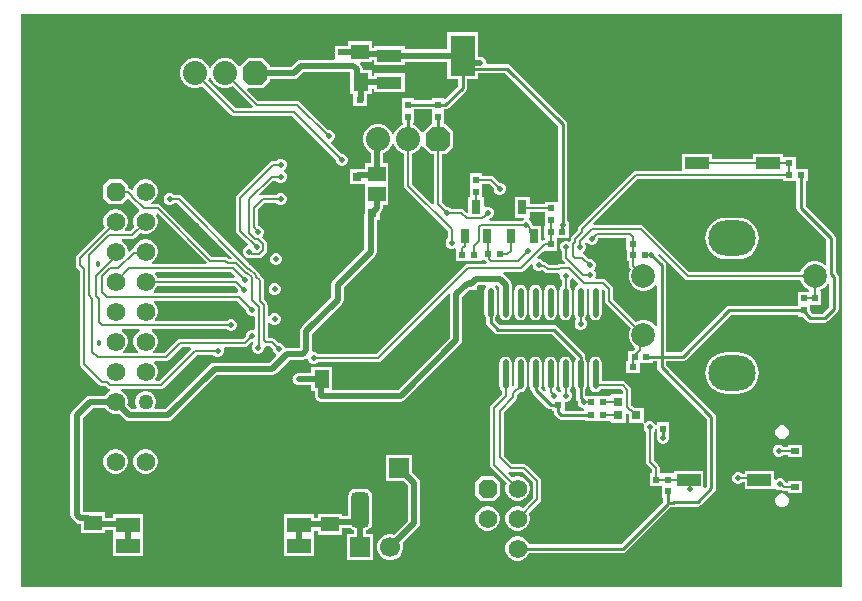
<source format=gtl>
G04*
G04 #@! TF.GenerationSoftware,Altium Limited,Altium Designer,24.3.1 (35)*
G04*
G04 Layer_Physical_Order=1*
G04 Layer_Color=6063383*
%FSLAX44Y44*%
%MOMM*%
G71*
G04*
G04 #@! TF.SameCoordinates,F933E494-0B61-492B-8715-CC6E50B89988*
G04*
G04*
G04 #@! TF.FilePolarity,Positive*
G04*
G01*
G75*
%ADD17C,0.1524*%
%ADD18R,2.0000X1.0000*%
%ADD19R,0.5000X0.6000*%
%ADD20R,2.1500X3.5000*%
%ADD21R,2.1500X1.1000*%
%ADD22R,2.1500X1.1000*%
%ADD23R,1.5000X1.3000*%
%ADD24R,1.3000X1.5000*%
%ADD25R,0.6000X0.5000*%
%ADD26R,0.7620X0.7620*%
%ADD27R,0.8000X1.2000*%
%ADD28O,0.5500X2.5000*%
%ADD29R,0.6350X0.5080*%
G04:AMPARAMS|DCode=30|XSize=3mm|YSize=1.524mm|CornerRadius=0.381mm|HoleSize=0mm|Usage=FLASHONLY|Rotation=90.000|XOffset=0mm|YOffset=0mm|HoleType=Round|Shape=RoundedRectangle|*
%AMROUNDEDRECTD30*
21,1,3.0000,0.7620,0,0,90.0*
21,1,2.2380,1.5240,0,0,90.0*
1,1,0.7620,0.3810,1.1190*
1,1,0.7620,0.3810,-1.1190*
1,1,0.7620,-0.3810,-1.1190*
1,1,0.7620,-0.3810,1.1190*
%
%ADD30ROUNDEDRECTD30*%
%ADD31R,2.0320X1.2700*%
%ADD58C,0.5080*%
%ADD59C,0.2540*%
G04:AMPARAMS|DCode=60|XSize=2.032mm|YSize=2.032mm|CornerRadius=0mm|HoleSize=0mm|Usage=FLASHONLY|Rotation=180.000|XOffset=0mm|YOffset=0mm|HoleType=Round|Shape=Octagon|*
%AMOCTAGOND60*
4,1,8,-1.0160,0.5080,-1.0160,-0.5080,-0.5080,-1.0160,0.5080,-1.0160,1.0160,-0.5080,1.0160,0.5080,0.5080,1.0160,-0.5080,1.0160,-1.0160,0.5080,0.0*
%
%ADD60OCTAGOND60*%

%ADD61C,2.0320*%
%ADD62C,1.5748*%
%ADD63C,1.2700*%
G04:AMPARAMS|DCode=64|XSize=1.5748mm|YSize=1.5748mm|CornerRadius=0mm|HoleSize=0mm|Usage=FLASHONLY|Rotation=270.000|XOffset=0mm|YOffset=0mm|HoleType=Round|Shape=Octagon|*
%AMOCTAGOND64*
4,1,8,-0.3937,-0.7874,0.3937,-0.7874,0.7874,-0.3937,0.7874,0.3937,0.3937,0.7874,-0.3937,0.7874,-0.7874,0.3937,-0.7874,-0.3937,-0.3937,-0.7874,0.0*
%
%ADD64OCTAGOND64*%

%ADD65O,4.0000X3.0000*%
%ADD66C,2.0000*%
%ADD67C,4.0640*%
%ADD68C,1.7000*%
%ADD69R,1.7000X1.7000*%
%ADD70C,3.2000*%
%ADD71C,5.0000*%
%ADD72C,0.5080*%
%ADD73C,0.4572*%
G36*
X669733Y-25843D02*
X-25843D01*
Y458913D01*
X669733D01*
X669733Y-25843D01*
D02*
G37*
%LPC*%
G36*
X361790Y443880D02*
X335210D01*
Y429020D01*
X299790D01*
Y431880D01*
X273210D01*
Y430654D01*
X271660D01*
Y436150D01*
X251580D01*
Y432567D01*
X250150Y432340D01*
X250150Y432340D01*
X250150Y432340D01*
X240070D01*
Y427616D01*
X239930Y426915D01*
Y426800D01*
X240070Y426099D01*
Y421260D01*
X238873Y420470D01*
X211981D01*
X209999Y420075D01*
X208319Y418952D01*
X203486Y414119D01*
X185420D01*
Y415290D01*
X179070Y421640D01*
X166370D01*
X160020Y415290D01*
X158496Y414983D01*
X157483Y416738D01*
X155118Y419103D01*
X152222Y420774D01*
X148992Y421640D01*
X145648D01*
X142418Y420774D01*
X139522Y419103D01*
X137157Y416738D01*
X135485Y413842D01*
X135382Y413456D01*
X133858D01*
X133755Y413842D01*
X132083Y416738D01*
X129718Y419103D01*
X126822Y420774D01*
X123592Y421640D01*
X120248D01*
X117018Y420774D01*
X114122Y419103D01*
X111757Y416738D01*
X110085Y413842D01*
X109220Y410612D01*
Y407268D01*
X110085Y404038D01*
X111757Y401142D01*
X114122Y398778D01*
X117018Y397105D01*
X120248Y396240D01*
X123592D01*
X126822Y397105D01*
X128198Y397900D01*
X152559Y373539D01*
X153652Y372810D01*
X154940Y372553D01*
X204345D01*
X241300Y335599D01*
Y334269D01*
X242073Y332402D01*
X243502Y330973D01*
X245369Y330200D01*
X247390D01*
X249258Y330973D01*
X250687Y332402D01*
X251460Y334269D01*
Y336291D01*
X250687Y338158D01*
X249258Y339587D01*
X247390Y340360D01*
X246061D01*
X237085Y349336D01*
X237443Y351134D01*
X237828Y351293D01*
X239257Y352722D01*
X240030Y354590D01*
Y356610D01*
X239257Y358478D01*
X237828Y359907D01*
X235961Y360680D01*
X234631D01*
X210661Y384651D01*
X209568Y385380D01*
X208280Y385637D01*
X175385D01*
X166259Y394762D01*
X166936Y396240D01*
X179070D01*
X185420Y402590D01*
Y403760D01*
X205631D01*
X207613Y404155D01*
X209293Y405277D01*
X214126Y410111D01*
X253460D01*
Y391280D01*
X254542D01*
X256000Y391120D01*
Y381040D01*
X260839D01*
X261540Y380900D01*
X261960D01*
X262661Y381040D01*
X267080D01*
Y385620D01*
X267180Y386120D01*
Y391280D01*
X271540D01*
Y395900D01*
X273210D01*
Y392800D01*
X299790D01*
Y408880D01*
X273210D01*
Y406259D01*
X271540D01*
Y411360D01*
X264057D01*
Y412314D01*
X263663Y414296D01*
X262540Y415977D01*
X262540Y415977D01*
X261855Y416662D01*
X262438Y418070D01*
X271660D01*
Y420295D01*
X273210D01*
Y415800D01*
X299790D01*
Y418661D01*
X335210D01*
Y403800D01*
X344615D01*
Y398369D01*
X333546Y387300D01*
X332700Y387650D01*
Y387650D01*
X322620D01*
Y385995D01*
X307300D01*
Y387650D01*
X297220D01*
Y376570D01*
Y366570D01*
X297723D01*
X297923Y365046D01*
X297358Y364894D01*
X294462Y363223D01*
X292097Y360858D01*
X290425Y357962D01*
X290322Y357576D01*
X288798D01*
X288694Y357962D01*
X287022Y360858D01*
X284658Y363223D01*
X281762Y364894D01*
X278532Y365760D01*
X275188D01*
X271958Y364894D01*
X269062Y363223D01*
X266698Y360858D01*
X265026Y357962D01*
X264160Y354732D01*
Y351388D01*
X265026Y348158D01*
X266698Y345262D01*
X269062Y342897D01*
X271045Y341752D01*
Y332500D01*
X265550D01*
Y329134D01*
X265430Y327660D01*
X252730D01*
Y314960D01*
X265430D01*
X265550Y313486D01*
Y297420D01*
X265430Y297180D01*
X265430D01*
Y290060D01*
X265331Y289560D01*
Y259955D01*
X238908Y233533D01*
X237785Y231852D01*
X237390Y229870D01*
Y219315D01*
X212237Y194163D01*
X211115Y192482D01*
X210721Y190500D01*
Y176630D01*
X200006D01*
X198136Y176257D01*
X198120Y176271D01*
X197347Y178138D01*
X195918Y179567D01*
X194051Y180340D01*
X192721D01*
X189554Y183507D01*
X188462Y184237D01*
X187173Y184493D01*
X183453D01*
Y197351D01*
X184694Y197715D01*
X184977Y197729D01*
X186352Y196353D01*
X188220Y195580D01*
X190240D01*
X192108Y196353D01*
X193537Y197782D01*
X194310Y199650D01*
Y201670D01*
X193537Y203538D01*
X192108Y204967D01*
X190240Y205740D01*
X188220D01*
X186352Y204967D01*
X184977Y203591D01*
X184694Y203605D01*
X183453Y203969D01*
Y212383D01*
X183196Y213672D01*
X182467Y214764D01*
X179897Y217334D01*
Y233963D01*
X179640Y235251D01*
X178911Y236343D01*
X177067Y238187D01*
X176902Y239016D01*
X176172Y240108D01*
X170369Y245911D01*
X169277Y246641D01*
X168448Y246806D01*
X110613Y304641D01*
X109521Y305370D01*
X108233Y305627D01*
X104148D01*
X103208Y306567D01*
X101341Y307340D01*
X99319D01*
X97452Y306567D01*
X96023Y305138D01*
X95250Y303270D01*
Y301250D01*
X96023Y299382D01*
X97452Y297953D01*
X99319Y297180D01*
X101341D01*
X103208Y297953D01*
X104148Y298893D01*
X106838D01*
X153053Y252679D01*
X152470Y251271D01*
X151000D01*
X149701Y252571D01*
X148608Y253300D01*
X147320Y253557D01*
X136367D01*
X93157Y296767D01*
X92065Y297496D01*
X90776Y297753D01*
X85081D01*
X84672Y299277D01*
X86404Y300277D01*
X88343Y302216D01*
X89714Y304590D01*
X90424Y307239D01*
Y309981D01*
X89714Y312630D01*
X88343Y315004D01*
X86404Y316943D01*
X84030Y318314D01*
X81381Y319024D01*
X78639D01*
X75990Y318314D01*
X73616Y316943D01*
X71677Y315004D01*
X70306Y312630D01*
X69748Y310548D01*
X68178Y309963D01*
X67151Y310991D01*
X66058Y311720D01*
X65024Y311926D01*
Y313817D01*
X59817Y319024D01*
X49403D01*
X44196Y313817D01*
Y303403D01*
X49403Y298196D01*
X59817D01*
X64194Y302572D01*
X64573Y302602D01*
X66022Y302246D01*
X66453Y301600D01*
X74566Y293488D01*
X74367Y291977D01*
X73616Y291543D01*
X71677Y289604D01*
X70306Y287230D01*
X69596Y284581D01*
Y281839D01*
X70306Y279190D01*
X70644Y278605D01*
X67095Y275056D01*
X63175D01*
X62592Y276464D01*
X62943Y276816D01*
X64314Y279190D01*
X65024Y281839D01*
Y284581D01*
X64314Y287230D01*
X62943Y289604D01*
X61004Y291543D01*
X58630Y292914D01*
X55981Y293624D01*
X53239D01*
X50590Y292914D01*
X48216Y291543D01*
X46277Y289604D01*
X44906Y287230D01*
X44196Y284581D01*
Y281839D01*
X44906Y279190D01*
X45244Y278605D01*
X21749Y255111D01*
X21020Y254018D01*
X20763Y252730D01*
Y246380D01*
X21020Y245092D01*
X21749Y243999D01*
X24319Y241430D01*
Y162814D01*
X24576Y161526D01*
X25305Y160433D01*
X40799Y144939D01*
X41892Y144210D01*
X43180Y143953D01*
X46300D01*
X47600Y142653D01*
X48692Y141924D01*
X49653Y141733D01*
X49970Y140823D01*
X49962Y140151D01*
X48216Y139143D01*
X46277Y137204D01*
X45575Y135990D01*
X33020D01*
X31038Y135595D01*
X29358Y134473D01*
X17928Y123042D01*
X16805Y121362D01*
X16410Y119380D01*
Y35266D01*
X16805Y33284D01*
X17928Y31603D01*
X20903Y28628D01*
X20903Y28628D01*
X22584Y27505D01*
X24566Y27111D01*
X25520D01*
Y19290D01*
X45600D01*
Y22320D01*
X52070D01*
Y17780D01*
Y0D01*
X77470D01*
Y17780D01*
Y35560D01*
X52070D01*
Y32680D01*
X45600D01*
Y37370D01*
X32100D01*
X31600Y37469D01*
X26769D01*
Y117235D01*
X35165Y125631D01*
X45575D01*
X46277Y124416D01*
X48216Y122477D01*
X50590Y121106D01*
X53239Y120396D01*
X55981D01*
X57336Y120759D01*
X62378Y115717D01*
X64058Y114595D01*
X66040Y114200D01*
X99060D01*
X101042Y114595D01*
X102723Y115717D01*
X140575Y153570D01*
X187306D01*
X189288Y153965D01*
X190969Y155087D01*
X202152Y166271D01*
X212924D01*
X214906Y166665D01*
X215830Y167282D01*
X217354Y166519D01*
X218127Y164652D01*
X219557Y163223D01*
X221424Y162449D01*
X223444D01*
X225312Y163223D01*
X226362Y164273D01*
X276860D01*
X278148Y164530D01*
X279241Y165259D01*
X336313Y222332D01*
X337694Y221610D01*
X337720Y221584D01*
Y185025D01*
X293765Y141069D01*
X238030D01*
Y159900D01*
X219950D01*
Y155040D01*
X209550D01*
X209050Y154940D01*
X208540D01*
X208068Y154745D01*
X207568Y154645D01*
X207144Y154362D01*
X206672Y154167D01*
X206312Y153806D01*
X205888Y153523D01*
X205604Y153098D01*
X205243Y152738D01*
X205048Y152266D01*
X204765Y151842D01*
X204665Y151342D01*
X204470Y150871D01*
Y150360D01*
X204370Y149860D01*
X204470Y149360D01*
Y148849D01*
X204665Y148378D01*
X204765Y147878D01*
X205048Y147454D01*
X205243Y146982D01*
X205604Y146622D01*
X205888Y146198D01*
X206312Y145914D01*
X206672Y145553D01*
X207144Y145358D01*
X207568Y145075D01*
X208068Y144975D01*
X208540Y144780D01*
X209050D01*
X209550Y144681D01*
X219950D01*
Y139820D01*
X223421D01*
Y135890D01*
X223520Y135390D01*
Y134880D01*
X223715Y134408D01*
X223815Y133908D01*
X224098Y133484D01*
X224293Y133012D01*
X224654Y132652D01*
X224937Y132227D01*
X225362Y131944D01*
X225722Y131583D01*
X226194Y131388D01*
X226618Y131105D01*
X227118Y131005D01*
X227589Y130810D01*
X228100D01*
X228600Y130710D01*
X295910D01*
X297892Y131105D01*
X299573Y132227D01*
X346562Y179217D01*
X347685Y180898D01*
X348079Y182880D01*
Y219451D01*
X354049Y225420D01*
X355560D01*
X356060Y225520D01*
X360640D01*
Y228775D01*
X361635Y229771D01*
X367733D01*
X368172Y228634D01*
X368251Y228246D01*
X367127Y226564D01*
X366716Y224500D01*
Y205000D01*
X367127Y202936D01*
X368225Y201292D01*
Y198120D01*
X368521Y196633D01*
X369363Y195373D01*
X375713Y189023D01*
X376973Y188181D01*
X378460Y187885D01*
X423841D01*
X444425Y167301D01*
Y167262D01*
X443327Y165618D01*
X442916Y163554D01*
Y144054D01*
X443327Y141990D01*
X444425Y140346D01*
Y134037D01*
X444721Y132551D01*
X445563Y131291D01*
X445770Y131084D01*
Y129799D01*
X446543Y127932D01*
X447972Y126503D01*
X449840Y125730D01*
X450619D01*
X451433Y124260D01*
X451049Y123419D01*
X450930Y123265D01*
X434880D01*
Y130810D01*
X436620D01*
X438488Y131583D01*
X439917Y133012D01*
X440690Y134880D01*
Y136901D01*
X439917Y138768D01*
X439424Y140240D01*
X440593Y141990D01*
X441004Y144054D01*
Y163554D01*
X440593Y165618D01*
X439424Y167368D01*
X437674Y168537D01*
X435610Y168948D01*
X433546Y168537D01*
X431796Y167368D01*
X430627Y165618D01*
X430216Y163554D01*
Y144054D01*
X430627Y141990D01*
X431796Y140240D01*
X431303Y138768D01*
X431292Y138740D01*
X429768D01*
X429757Y138768D01*
X428328Y140197D01*
X428158Y140267D01*
X427716Y141725D01*
X427893Y141990D01*
X428304Y144054D01*
Y163554D01*
X427893Y165618D01*
X426724Y167368D01*
X424974Y168537D01*
X422910Y168948D01*
X420846Y168537D01*
X419096Y167368D01*
X417927Y165618D01*
X417516Y163554D01*
Y144054D01*
X417927Y141990D01*
X419096Y140240D01*
X419084Y140152D01*
X418978Y139851D01*
X417220Y139453D01*
X414989Y141685D01*
X415193Y141990D01*
X415604Y144054D01*
Y163554D01*
X415193Y165618D01*
X414024Y167368D01*
X412274Y168537D01*
X410210Y168948D01*
X408146Y168537D01*
X406396Y167368D01*
X405227Y165618D01*
X404816Y163554D01*
Y144054D01*
X405227Y141990D01*
X406396Y140240D01*
X406996Y139839D01*
X407178Y138927D01*
X408020Y137667D01*
X420163Y125523D01*
X421423Y124681D01*
X422910Y124385D01*
X423800D01*
Y123230D01*
X425455D01*
Y121840D01*
X425751Y120353D01*
X426593Y119093D01*
X429053Y116633D01*
X430313Y115791D01*
X431800Y115495D01*
X451820D01*
Y114340D01*
X472900D01*
X473710Y113152D01*
Y113030D01*
X486410D01*
Y120650D01*
X487786Y121175D01*
X488950Y120276D01*
Y113030D01*
X500203D01*
X501272Y113030D01*
X501287Y113029D01*
X501483Y112868D01*
X502281Y111778D01*
X502194Y111545D01*
X501650Y110231D01*
Y108209D01*
X502423Y106342D01*
X503363Y105402D01*
Y80010D01*
X503620Y78722D01*
X504349Y77629D01*
X508443Y73535D01*
Y70310D01*
X506770D01*
Y59230D01*
X516850D01*
X516930Y57739D01*
Y49230D01*
X518085D01*
Y46059D01*
X482261Y10235D01*
X404711D01*
X404674Y10370D01*
X403303Y12744D01*
X401364Y14683D01*
X398990Y16054D01*
X396341Y16764D01*
X393599D01*
X390950Y16054D01*
X388576Y14683D01*
X386637Y12744D01*
X385266Y10370D01*
X384556Y7721D01*
Y4979D01*
X385266Y2330D01*
X386637Y-44D01*
X388576Y-1983D01*
X390950Y-3354D01*
X393599Y-4064D01*
X396341D01*
X398990Y-3354D01*
X401364Y-1983D01*
X403303Y-44D01*
X404674Y2330D01*
X404711Y2465D01*
X483870D01*
X485357Y2761D01*
X486617Y3603D01*
X524363Y41349D01*
X526564D01*
X528051Y41645D01*
X528335Y41835D01*
X547370D01*
X548857Y42131D01*
X550117Y42973D01*
X561765Y54621D01*
X562607Y55881D01*
X562903Y57368D01*
Y117892D01*
X562607Y119379D01*
X561765Y120639D01*
X520775Y161629D01*
Y165025D01*
X534670D01*
X536157Y165321D01*
X537417Y166163D01*
X575649Y204395D01*
X632500D01*
Y202820D01*
X636427D01*
X636531Y202295D01*
X637373Y201035D01*
X639605Y198803D01*
X640865Y197961D01*
X642352Y197665D01*
X655030D01*
X656517Y197961D01*
X657777Y198803D01*
X665687Y206713D01*
X666529Y207973D01*
X666825Y209460D01*
Y236220D01*
X666529Y237707D01*
X665687Y238967D01*
X664275Y240379D01*
Y269250D01*
X663979Y270737D01*
X663137Y271997D01*
X638805Y296329D01*
Y317540D01*
X640460D01*
Y327620D01*
X631951D01*
X630460Y327700D01*
Y337780D01*
X619600D01*
Y340280D01*
X594520D01*
Y336107D01*
X559600D01*
Y340280D01*
X534520D01*
Y325947D01*
X495300D01*
X494012Y325690D01*
X492919Y324961D01*
X447199Y279241D01*
X446470Y278148D01*
X446213Y276860D01*
Y275740D01*
X441223Y270749D01*
X440493Y269657D01*
X440237Y268369D01*
Y267517D01*
X439380Y266660D01*
X439117Y266267D01*
X438796Y266235D01*
X436929Y267009D01*
X434908D01*
X433041Y266235D01*
X431612Y264806D01*
X430839Y262939D01*
Y260918D01*
X431612Y259051D01*
X432552Y258111D01*
Y252757D01*
X432808Y251468D01*
X433538Y250376D01*
X435299Y248615D01*
X434716Y247207D01*
X430530D01*
X429242Y246950D01*
X428485Y246445D01*
X421885D01*
X419957Y248373D01*
X418864Y249103D01*
X417576Y249359D01*
X416955D01*
X415628Y250687D01*
X413760Y251460D01*
X412341D01*
X411688Y252963D01*
X416644Y257919D01*
X417870Y258620D01*
Y258620D01*
X417870Y258620D01*
X427950D01*
Y269280D01*
X438450D01*
Y279360D01*
X438350D01*
X438150Y279660D01*
Y281681D01*
X437377Y283548D01*
X436955Y283970D01*
Y365760D01*
X436659Y367247D01*
X435817Y368507D01*
X388827Y415497D01*
X387567Y416339D01*
X386080Y416635D01*
X369529D01*
X368400Y417830D01*
X368300Y418330D01*
Y418840D01*
X368105Y419312D01*
X368005Y419812D01*
X367722Y420236D01*
X367527Y420708D01*
X367166Y421068D01*
X366883Y421493D01*
X366458Y421776D01*
X366098Y422137D01*
X365626Y422332D01*
X365202Y422615D01*
X364702Y422715D01*
X364230Y422910D01*
X363720D01*
X363220Y423009D01*
X361790D01*
Y443880D01*
D02*
G37*
G36*
X195320Y336550D02*
X193300D01*
X191432Y335777D01*
X190492Y334837D01*
X187960D01*
X186672Y334580D01*
X185579Y333851D01*
X157639Y305911D01*
X156910Y304818D01*
X156653Y303530D01*
Y275590D01*
X156910Y274302D01*
X157639Y273209D01*
X166661Y264188D01*
X166070Y262624D01*
X164578Y262006D01*
X163149Y260577D01*
X162376Y258710D01*
Y256689D01*
X163149Y254822D01*
X164578Y253393D01*
X166445Y252619D01*
X168466D01*
X168872Y252787D01*
X169051Y252668D01*
X170340Y252411D01*
X176410D01*
X177698Y252668D01*
X178790Y253397D01*
X182213Y256820D01*
X182942Y257912D01*
X183199Y259200D01*
Y264040D01*
X182942Y265328D01*
X182213Y266420D01*
X178379Y270254D01*
X179586Y271462D01*
X180360Y273329D01*
Y275350D01*
X179586Y277217D01*
X178157Y278646D01*
X176290Y279420D01*
X175204D01*
X174817Y279807D01*
Y293246D01*
X180464Y298893D01*
X190492D01*
X191432Y297953D01*
X193300Y297180D01*
X195320D01*
X197188Y297953D01*
X198617Y299382D01*
X199390Y301250D01*
Y303270D01*
X198617Y305138D01*
X197188Y306567D01*
X195320Y307340D01*
X193300D01*
X191432Y306567D01*
X190492Y305627D01*
X179070D01*
X177782Y305370D01*
X177436Y305139D01*
X176464Y306323D01*
X188085Y317943D01*
X190492D01*
X191432Y317003D01*
X193300Y316230D01*
X195320D01*
X197188Y317003D01*
X198617Y318432D01*
X199390Y320299D01*
Y322321D01*
X198617Y324188D01*
X197188Y325617D01*
X197160Y325628D01*
Y327152D01*
X197188Y327163D01*
X198617Y328592D01*
X199390Y330460D01*
Y332481D01*
X198617Y334348D01*
X197188Y335777D01*
X195320Y336550D01*
D02*
G37*
G36*
X191511Y256540D02*
X189489D01*
X187622Y255767D01*
X186193Y254338D01*
X185420Y252470D01*
Y250450D01*
X186193Y248582D01*
X187622Y247153D01*
X189489Y246380D01*
X191511D01*
X193378Y247153D01*
X194807Y248582D01*
X195580Y250450D01*
Y252470D01*
X194807Y254338D01*
X193378Y255767D01*
X191511Y256540D01*
D02*
G37*
G36*
X190240Y231140D02*
X188220D01*
X186352Y230367D01*
X184923Y228938D01*
X184150Y227071D01*
Y225049D01*
X184923Y223182D01*
X186352Y221753D01*
X188220Y220980D01*
X190240D01*
X192108Y221753D01*
X193537Y223182D01*
X194310Y225049D01*
Y227071D01*
X193537Y228938D01*
X192108Y230367D01*
X190240Y231140D01*
D02*
G37*
G36*
X397510Y168948D02*
X395446Y168537D01*
X393696Y167368D01*
X392527Y165618D01*
X392116Y163554D01*
Y144221D01*
X391710Y143815D01*
X391689Y143803D01*
X391474Y143840D01*
X390204Y144698D01*
Y163554D01*
X389793Y165618D01*
X388624Y167368D01*
X386874Y168537D01*
X384810Y168948D01*
X382746Y168537D01*
X380996Y167368D01*
X379827Y165618D01*
X379416Y163554D01*
Y144054D01*
X379827Y141990D01*
X380996Y140240D01*
X381443Y139941D01*
Y137284D01*
X372269Y128111D01*
X371540Y127018D01*
X371283Y125730D01*
Y77470D01*
X371540Y76182D01*
X372269Y75089D01*
X385604Y61755D01*
X385266Y61170D01*
X384556Y58521D01*
Y55779D01*
X385266Y53130D01*
X386637Y50756D01*
X388576Y48817D01*
X390950Y47446D01*
X393599Y46736D01*
X396341D01*
X398990Y47446D01*
X401364Y48817D01*
X403303Y50756D01*
X404674Y53130D01*
X405384Y55779D01*
Y58521D01*
X404674Y61170D01*
X403303Y63544D01*
X401364Y65483D01*
X398990Y66854D01*
X396341Y67564D01*
X393599D01*
X390950Y66854D01*
X390365Y66516D01*
X386649Y70232D01*
X387621Y71416D01*
X387967Y71185D01*
X389255Y70928D01*
X399291D01*
X408113Y62105D01*
Y49654D01*
X399575Y41116D01*
X398990Y41454D01*
X396341Y42164D01*
X393599D01*
X390950Y41454D01*
X388576Y40083D01*
X386637Y38144D01*
X385266Y35770D01*
X384556Y33121D01*
Y30379D01*
X385266Y27730D01*
X386637Y25356D01*
X388576Y23417D01*
X390950Y22046D01*
X393599Y21336D01*
X396341D01*
X398990Y22046D01*
X401364Y23417D01*
X403303Y25356D01*
X404674Y27730D01*
X405384Y30379D01*
Y33121D01*
X404674Y35770D01*
X404336Y36355D01*
X413861Y45879D01*
X414590Y46972D01*
X414847Y48260D01*
Y63500D01*
X414590Y64788D01*
X413861Y65881D01*
X403066Y76676D01*
X401973Y77405D01*
X400685Y77662D01*
X390649D01*
X383097Y85215D01*
Y121796D01*
X393795Y132494D01*
X394525Y133586D01*
X394781Y134875D01*
Y136564D01*
X396982Y138765D01*
X397510Y138660D01*
X399574Y139071D01*
X401324Y140240D01*
X402493Y141990D01*
X402904Y144054D01*
Y163554D01*
X402493Y165618D01*
X401324Y167368D01*
X399574Y168537D01*
X397510Y168948D01*
D02*
G37*
G36*
X581580Y172715D02*
X571580D01*
X568142Y172376D01*
X564835Y171373D01*
X561788Y169744D01*
X559117Y167553D01*
X556926Y164882D01*
X555297Y161835D01*
X554294Y158528D01*
X553955Y155090D01*
X554294Y151652D01*
X555297Y148345D01*
X556926Y145298D01*
X559117Y142627D01*
X561788Y140435D01*
X564835Y138807D01*
X568142Y137804D01*
X571580Y137465D01*
X581580D01*
X585018Y137804D01*
X588325Y138807D01*
X591372Y140435D01*
X594043Y142627D01*
X596235Y145298D01*
X597863Y148345D01*
X598866Y151652D01*
X599205Y155090D01*
X598866Y158528D01*
X597863Y161835D01*
X596235Y164882D01*
X594043Y167553D01*
X591372Y169744D01*
X588325Y171373D01*
X585018Y172376D01*
X581580Y172715D01*
D02*
G37*
G36*
X619467Y110940D02*
X618173D01*
X617182Y110743D01*
X615988Y110248D01*
X615148Y109686D01*
X614234Y108772D01*
X613672Y107932D01*
X613672Y107932D01*
X613177Y106737D01*
X612980Y105746D01*
Y104453D01*
X613177Y103462D01*
X613672Y102268D01*
X614234Y101428D01*
X615148Y100513D01*
X615988Y99952D01*
X615988Y99952D01*
X617183Y99457D01*
X618173Y99260D01*
X619467D01*
X620457Y99457D01*
X621652Y99952D01*
X622492Y100513D01*
X623406Y101428D01*
X623406Y101428D01*
X623968Y102268D01*
X624463Y103462D01*
X624660Y104453D01*
Y105746D01*
X624463Y106737D01*
X623968Y107932D01*
X623406Y108772D01*
X622492Y109686D01*
X622492Y109686D01*
X621652Y110248D01*
X620457Y110743D01*
X619467Y110940D01*
D02*
G37*
G36*
X617072Y94484D02*
X615051D01*
X613184Y93711D01*
X611755Y92282D01*
X610981Y90415D01*
Y88394D01*
X611755Y86526D01*
X613184Y85098D01*
X615051Y84324D01*
X617072D01*
X618939Y85098D01*
X619879Y86037D01*
X624205D01*
Y83820D01*
X635635D01*
Y93980D01*
X624205D01*
Y92771D01*
X619879D01*
X618939Y93711D01*
X617072Y94484D01*
D02*
G37*
G36*
X81381Y90424D02*
X78639D01*
X75990Y89714D01*
X73616Y88343D01*
X71677Y86404D01*
X70306Y84030D01*
X69596Y81381D01*
Y78639D01*
X70306Y75990D01*
X71677Y73616D01*
X73616Y71677D01*
X75990Y70306D01*
X78639Y69596D01*
X81381D01*
X84030Y70306D01*
X86404Y71677D01*
X88343Y73616D01*
X89714Y75990D01*
X90424Y78639D01*
Y81381D01*
X89714Y84030D01*
X88343Y86404D01*
X86404Y88343D01*
X84030Y89714D01*
X81381Y90424D01*
D02*
G37*
G36*
X55981D02*
X53239D01*
X50590Y89714D01*
X48216Y88343D01*
X46277Y86404D01*
X44906Y84030D01*
X44196Y81381D01*
Y78639D01*
X44906Y75990D01*
X46277Y73616D01*
X48216Y71677D01*
X50590Y70306D01*
X53239Y69596D01*
X55981D01*
X58630Y70306D01*
X61004Y71677D01*
X62943Y73616D01*
X64314Y75990D01*
X65024Y78639D01*
Y81381D01*
X64314Y84030D01*
X62943Y86404D01*
X61004Y88343D01*
X58630Y89714D01*
X55981Y90424D01*
D02*
G37*
G36*
X612290Y72310D02*
X587210D01*
Y69407D01*
X585477D01*
X584538Y70347D01*
X582671Y71120D01*
X580649D01*
X578782Y70347D01*
X577353Y68918D01*
X576580Y67050D01*
Y65030D01*
X577353Y63162D01*
X578782Y61733D01*
X580649Y60960D01*
X582671D01*
X584538Y61733D01*
X585477Y62673D01*
X587210D01*
Y57230D01*
X612290D01*
X612290Y57230D01*
Y57230D01*
X613727Y57019D01*
X614342Y56403D01*
X616209Y55630D01*
X618231D01*
X618523Y55751D01*
X619184Y55310D01*
X620472Y55053D01*
X624205D01*
Y53340D01*
X635635D01*
Y63500D01*
X624205D01*
Y61787D01*
X622273D01*
X621527Y63588D01*
X620098Y65017D01*
X618231Y65790D01*
X616209D01*
X614342Y65017D01*
X613814Y64488D01*
X612290Y65120D01*
Y72310D01*
D02*
G37*
G36*
X374777Y67564D02*
X364363D01*
X359156Y62357D01*
Y51943D01*
X364363Y46736D01*
X374777D01*
X379984Y51943D01*
Y62357D01*
X374777Y67564D01*
D02*
G37*
G36*
X619467Y53140D02*
X618173D01*
X617182Y52943D01*
X615988Y52448D01*
X615148Y51887D01*
X614234Y50972D01*
X613672Y50132D01*
X613672Y50132D01*
X613177Y48938D01*
X612980Y47947D01*
Y46653D01*
X613177Y45662D01*
X613672Y44468D01*
X614234Y43628D01*
X615148Y42713D01*
X615988Y42152D01*
X615988Y42152D01*
X617183Y41657D01*
X618173Y41460D01*
X619467D01*
X620457Y41657D01*
X621652Y42152D01*
X622492Y42713D01*
X623406Y43628D01*
X623406Y43628D01*
X623968Y44468D01*
X624463Y45662D01*
X624660Y46653D01*
Y47947D01*
X624463Y48938D01*
X623968Y50132D01*
X623406Y50972D01*
X622492Y51886D01*
X622492Y51887D01*
X621652Y52448D01*
X620457Y52943D01*
X619467Y53140D01*
D02*
G37*
G36*
X265430Y57034D02*
X257810D01*
X255332Y56542D01*
X253232Y55138D01*
X251828Y53038D01*
X251336Y50560D01*
Y34069D01*
X246260D01*
Y36100D01*
X226180D01*
Y32044D01*
X222250D01*
Y35560D01*
X196850D01*
Y17780D01*
Y0D01*
X222250D01*
Y17780D01*
Y21686D01*
X226180D01*
Y18020D01*
X246260D01*
Y23710D01*
X253159D01*
X253232Y23602D01*
X255332Y22198D01*
X256441Y21978D01*
Y18660D01*
X250580D01*
Y-3420D01*
X272660D01*
Y18660D01*
X266800D01*
Y21978D01*
X267908Y22198D01*
X270008Y23602D01*
X271412Y25702D01*
X271904Y28180D01*
Y50560D01*
X271412Y53038D01*
X270008Y55138D01*
X267908Y56542D01*
X265430Y57034D01*
D02*
G37*
G36*
X370941Y42164D02*
X368199D01*
X365550Y41454D01*
X363176Y40083D01*
X361237Y38144D01*
X359866Y35770D01*
X359156Y33121D01*
Y30379D01*
X359866Y27730D01*
X361237Y25356D01*
X363176Y23417D01*
X365550Y22046D01*
X368199Y21336D01*
X370941D01*
X373590Y22046D01*
X375964Y23417D01*
X377903Y25356D01*
X379274Y27730D01*
X379984Y30379D01*
Y33121D01*
X379274Y35770D01*
X377903Y38144D01*
X375964Y40083D01*
X373590Y41454D01*
X370941Y42164D01*
D02*
G37*
G36*
X305680Y85970D02*
X283600D01*
Y63890D01*
X298355D01*
X302160Y60085D01*
Y30085D01*
X290257Y18182D01*
X288473Y18660D01*
X285567D01*
X282759Y17908D01*
X280241Y16454D01*
X278186Y14399D01*
X276732Y11881D01*
X275980Y9073D01*
Y6167D01*
X276732Y3359D01*
X278186Y841D01*
X280241Y-1214D01*
X282759Y-2668D01*
X285567Y-3420D01*
X288473D01*
X291281Y-2668D01*
X293799Y-1214D01*
X295854Y841D01*
X297308Y3359D01*
X298060Y6167D01*
Y9073D01*
X297582Y10857D01*
X311003Y24278D01*
X312125Y25958D01*
X312519Y27940D01*
Y62230D01*
X312125Y64212D01*
X311003Y65893D01*
X305680Y71215D01*
Y85970D01*
D02*
G37*
%LPD*%
G36*
X135485Y404038D02*
X137157Y401142D01*
X139522Y398778D01*
X142418Y397105D01*
X145648Y396240D01*
X148992D01*
X152222Y397105D01*
X153598Y397900D01*
X170688Y380811D01*
X170057Y379287D01*
X156334D01*
X132960Y402662D01*
X133755Y404038D01*
X133858Y404424D01*
X135382D01*
X135485Y404038D01*
D02*
G37*
G36*
X322620Y366570D02*
X321432Y365760D01*
X321310D01*
X314960Y359410D01*
X313436Y359103D01*
X312423Y360858D01*
X310058Y363223D01*
X307162Y364894D01*
X306597Y365046D01*
X306797Y366570D01*
X307300D01*
Y378225D01*
X322620D01*
Y366570D01*
D02*
G37*
G36*
X429185Y364151D02*
Y300877D01*
X427950Y300180D01*
X417870D01*
Y298007D01*
X405520D01*
Y303784D01*
X392440D01*
Y286704D01*
X400050D01*
X400353Y285180D01*
X399563Y284853D01*
X398623Y283913D01*
X371399D01*
X370433Y285435D01*
X370433Y285437D01*
X370836Y285856D01*
X372448Y286523D01*
X373877Y287952D01*
X374650Y289820D01*
Y291840D01*
X373877Y293708D01*
X372448Y295137D01*
X370580Y295910D01*
X368559D01*
X367964Y295663D01*
X366440Y296682D01*
Y303784D01*
X364450D01*
Y315243D01*
X370876D01*
X374650Y311469D01*
Y310140D01*
X375423Y308272D01*
X376852Y306843D01*
X378719Y306070D01*
X380741D01*
X382608Y306843D01*
X384037Y308272D01*
X384810Y310140D01*
Y312160D01*
X384037Y314028D01*
X382608Y315457D01*
X380741Y316230D01*
X379411D01*
X374651Y320991D01*
X373558Y321720D01*
X372270Y321977D01*
X364450D01*
Y324150D01*
X354370D01*
Y313070D01*
Y303784D01*
X353360D01*
Y291414D01*
X351952Y290830D01*
X349572Y293211D01*
X348479Y293940D01*
X347191Y294197D01*
X339098D01*
X338158Y295137D01*
X336291Y295910D01*
X334961D01*
X331027Y299844D01*
Y340360D01*
X334010D01*
X340360Y346710D01*
Y359410D01*
X334010Y365760D01*
X333889D01*
X332700Y366570D01*
Y378305D01*
X333930D01*
X335417Y378601D01*
X336677Y379443D01*
X351247Y394013D01*
X352089Y395273D01*
X352385Y396760D01*
Y403800D01*
X361790D01*
Y408865D01*
X384471D01*
X429185Y364151D01*
D02*
G37*
G36*
X314960Y346710D02*
X321310Y340360D01*
X324293D01*
Y298573D01*
X324010Y298332D01*
X322858Y297853D01*
X305627Y315084D01*
Y340814D01*
X307162Y341226D01*
X310058Y342897D01*
X312423Y345262D01*
X313436Y347017D01*
X314960Y346710D01*
D02*
G37*
G36*
X90221Y290180D02*
X131671Y248731D01*
X131039Y247207D01*
X85521D01*
X85112Y248731D01*
X86404Y249477D01*
X88343Y251416D01*
X89714Y253790D01*
X90424Y256439D01*
Y259181D01*
X89714Y261830D01*
X88343Y264204D01*
X86404Y266143D01*
X84030Y267514D01*
X81381Y268224D01*
X78639D01*
X75990Y267514D01*
X73616Y266143D01*
X71677Y264204D01*
X70306Y261830D01*
X69787Y259894D01*
X68562Y259650D01*
X67469Y258921D01*
X66432Y257883D01*
X65024Y258466D01*
Y259181D01*
X64314Y261830D01*
X62943Y264204D01*
X61004Y266143D01*
X59869Y266798D01*
X60278Y268323D01*
X68489D01*
X69778Y268579D01*
X70870Y269309D01*
X75405Y273844D01*
X75990Y273506D01*
X78639Y272796D01*
X81381D01*
X84030Y273506D01*
X86404Y274877D01*
X88343Y276816D01*
X89714Y279190D01*
X90424Y281839D01*
Y284581D01*
X89714Y287230D01*
X89062Y288359D01*
X89594Y290070D01*
X89752Y290213D01*
X90221Y290180D01*
D02*
G37*
G36*
X417870Y279360D02*
X417370D01*
Y269280D01*
X417870D01*
Y267679D01*
X416974Y267298D01*
X416836Y267270D01*
X416707Y267184D01*
X416503Y267098D01*
X415020Y267890D01*
Y279784D01*
X407850D01*
X407623Y280125D01*
X407520Y280227D01*
Y281556D01*
X406747Y283424D01*
X405318Y284853D01*
X404528Y285180D01*
X404831Y286704D01*
X405520D01*
Y291273D01*
X417870D01*
Y279360D01*
D02*
G37*
G36*
X487140Y269200D02*
Y259120D01*
X487300D01*
Y250230D01*
X489473D01*
Y245830D01*
X489730Y244542D01*
X490459Y243449D01*
X490657Y243251D01*
X489895Y241930D01*
X489040Y238741D01*
Y235439D01*
X489895Y232250D01*
X491545Y229390D01*
X493880Y227055D01*
X496740Y225405D01*
X499929Y224550D01*
X503231D01*
X506420Y225405D01*
X509280Y227055D01*
X511481Y229257D01*
X512650Y229113D01*
X513005Y229018D01*
Y195162D01*
X512650Y195067D01*
X511481Y194923D01*
X509280Y197125D01*
X506420Y198775D01*
X503231Y199630D01*
X499929D01*
X496740Y198775D01*
X495419Y198013D01*
X475807Y217624D01*
Y226060D01*
X475550Y227348D01*
X474821Y228441D01*
X469741Y233521D01*
X468648Y234250D01*
X467360Y234507D01*
X461494D01*
X460752Y236031D01*
X461331Y237429D01*
Y239450D01*
X460558Y241317D01*
X459304Y242570D01*
X460237Y243502D01*
X461010Y245369D01*
Y247390D01*
X460237Y249258D01*
X458808Y250687D01*
X456940Y251460D01*
X455611D01*
X452042Y255030D01*
X450949Y255760D01*
X450398Y255869D01*
X450242Y257454D01*
X450480Y257553D01*
X451909Y258982D01*
X452682Y260849D01*
Y262870D01*
X451909Y264737D01*
X451891Y264755D01*
X452166Y265271D01*
X452541Y265406D01*
X453973Y265417D01*
X455031Y264359D01*
X456898Y263585D01*
X458919D01*
X460786Y264359D01*
X462215Y265788D01*
X462989Y267655D01*
Y268984D01*
X463434Y269429D01*
X485711D01*
X487140Y269200D01*
D02*
G37*
G36*
X619380Y317540D02*
X631035D01*
Y294720D01*
X631331Y293233D01*
X632173Y291973D01*
X656505Y267641D01*
Y246890D01*
X655097Y246307D01*
X654280Y247125D01*
X651420Y248775D01*
X648231Y249630D01*
X644929D01*
X641740Y248775D01*
X638880Y247125D01*
X636545Y244790D01*
X634895Y241930D01*
X634500Y240457D01*
X540275D01*
X501491Y279241D01*
X500398Y279970D01*
X499110Y280227D01*
X459863D01*
X459232Y281751D01*
X496694Y319213D01*
X619380D01*
Y317540D01*
D02*
G37*
G36*
X155448Y237301D02*
X154817Y235777D01*
X89889D01*
X89714Y236430D01*
X88343Y238804D01*
X88082Y239065D01*
X88666Y240473D01*
X152275D01*
X155448Y237301D01*
D02*
G37*
G36*
X158624Y225863D02*
Y224171D01*
X157428Y223077D01*
X87560D01*
X86928Y224601D01*
X88343Y226016D01*
X89714Y228390D01*
X89889Y229043D01*
X155444D01*
X158624Y225863D01*
D02*
G37*
G36*
X659055Y230570D02*
Y211069D01*
X653421Y205435D01*
X643974D01*
X643709Y206767D01*
X642867Y208027D01*
X642580Y208314D01*
Y212820D01*
X651470D01*
Y223900D01*
X651470D01*
X651420Y225405D01*
X654280Y227055D01*
X656615Y229390D01*
X657531Y230978D01*
X659055Y230570D01*
D02*
G37*
G36*
X407670Y246789D02*
Y245369D01*
X408443Y243502D01*
X409872Y242073D01*
X411740Y241300D01*
X413760D01*
X415628Y242073D01*
X416180Y242626D01*
X416181D01*
X418110Y240697D01*
X419202Y239968D01*
X420490Y239711D01*
X429382D01*
X430291Y238755D01*
X430530Y238309D01*
Y236479D01*
X431303Y234612D01*
X432243Y233673D01*
Y228613D01*
X431796Y228314D01*
X430627Y226564D01*
X430216Y224500D01*
Y205000D01*
X430627Y202936D01*
X431796Y201186D01*
X433546Y200017D01*
X435610Y199606D01*
X437674Y200017D01*
X439424Y201186D01*
X440593Y202936D01*
X441004Y205000D01*
Y224500D01*
X440593Y226564D01*
X439424Y228314D01*
X438977Y228613D01*
Y233673D01*
X439917Y234612D01*
X440076Y234997D01*
X441874Y235355D01*
X446300Y230929D01*
X445853Y229221D01*
X444496Y228314D01*
X443327Y226564D01*
X442916Y224500D01*
Y205000D01*
X443327Y202936D01*
X444496Y201186D01*
X444003Y199728D01*
X443230Y197861D01*
Y195840D01*
X444003Y193972D01*
X445432Y192543D01*
X447299Y191770D01*
X449320D01*
X451188Y192543D01*
X452617Y193972D01*
X453390Y195840D01*
Y197861D01*
X452617Y199728D01*
X452124Y201186D01*
X453293Y202936D01*
X453704Y205000D01*
Y224500D01*
X453469Y225682D01*
X454501Y227069D01*
X454819D01*
X455852Y225682D01*
X455616Y224500D01*
Y205000D01*
X456027Y202936D01*
X457196Y201186D01*
X458946Y200017D01*
X461010Y199606D01*
X463074Y200017D01*
X464824Y201186D01*
X465993Y202936D01*
X466404Y205000D01*
Y224500D01*
X466235Y225349D01*
X467639Y226099D01*
X469073Y224666D01*
Y216230D01*
X469330Y214942D01*
X470059Y213849D01*
X490657Y193251D01*
X489895Y191930D01*
X489040Y188741D01*
Y185439D01*
X489895Y182250D01*
X491545Y179390D01*
X493880Y177055D01*
X493899Y177045D01*
X494149Y175140D01*
X492959Y173950D01*
X488570D01*
Y165060D01*
X487140D01*
Y154980D01*
X498220D01*
Y163870D01*
X509650D01*
Y165025D01*
X513005D01*
Y160020D01*
X513301Y158533D01*
X514143Y157273D01*
X555133Y116283D01*
Y58977D01*
X553814Y57658D01*
X552290Y58289D01*
Y72310D01*
X527210D01*
Y71751D01*
X527010Y70310D01*
X516930D01*
Y70310D01*
X516850D01*
Y70310D01*
X515177D01*
Y74930D01*
X514920Y76218D01*
X514191Y77311D01*
X510097Y81404D01*
Y105402D01*
X511037Y106342D01*
X511596Y107693D01*
X513120Y107390D01*
Y102410D01*
X513120D01*
X513369Y102038D01*
X513080Y101341D01*
Y99319D01*
X513853Y97452D01*
X515282Y96023D01*
X517150Y95250D01*
X519170D01*
X521038Y96023D01*
X522467Y97452D01*
X523240Y99319D01*
Y101341D01*
X522951Y102038D01*
X523200Y102410D01*
X523200D01*
Y113490D01*
X513120D01*
Y111050D01*
X511596Y110747D01*
X511037Y112098D01*
X509608Y113527D01*
X507741Y114300D01*
X505719D01*
X503852Y113527D01*
X503297Y112971D01*
X502975Y112936D01*
X502946Y112935D01*
X501650Y113936D01*
X501650Y114391D01*
X501650Y114391D01*
X501650Y114403D01*
Y125730D01*
X493711D01*
X493363Y126079D01*
X492270Y126808D01*
X491849Y126892D01*
X491047Y127695D01*
Y140970D01*
X490790Y142258D01*
X490061Y143351D01*
X486215Y147197D01*
X485122Y147926D01*
X483834Y148183D01*
X466404D01*
Y163554D01*
X465993Y165618D01*
X464824Y167368D01*
X463074Y168537D01*
X461010Y168948D01*
X458946Y168537D01*
X457196Y167368D01*
X456027Y165618D01*
X455616Y163554D01*
Y144054D01*
X456027Y141990D01*
X457196Y140240D01*
X458946Y139071D01*
X461010Y138660D01*
X463074Y139071D01*
X464824Y140240D01*
X465632Y141449D01*
X482439D01*
X484313Y139576D01*
Y137160D01*
X473870D01*
Y136972D01*
X472900Y135850D01*
X452195D01*
Y140346D01*
X453293Y141990D01*
X453704Y144054D01*
Y163554D01*
X453293Y165618D01*
X452195Y167262D01*
Y168910D01*
X451899Y170397D01*
X451057Y171657D01*
X428197Y194517D01*
X426937Y195359D01*
X425450Y195655D01*
X380069D01*
X375995Y199729D01*
Y201292D01*
X377093Y202936D01*
X377504Y205000D01*
Y224500D01*
X377093Y226564D01*
X376280Y227781D01*
X376898Y229319D01*
X377903Y229452D01*
X379631Y227725D01*
Y225576D01*
X379416Y224500D01*
Y205000D01*
X379827Y202936D01*
X380996Y201186D01*
X382746Y200017D01*
X384810Y199606D01*
X386874Y200017D01*
X388624Y201186D01*
X389793Y202936D01*
X390204Y205000D01*
Y224500D01*
X389990Y225576D01*
Y229870D01*
X389595Y231852D01*
X388473Y233533D01*
X383392Y238612D01*
X382888Y238949D01*
X383351Y240473D01*
X397804D01*
X399092Y240730D01*
X400185Y241459D01*
X406167Y247442D01*
X407670Y246789D01*
D02*
G37*
G36*
X165100Y208599D02*
Y207269D01*
X165873Y205402D01*
X167302Y203973D01*
X169170Y203200D01*
X171190D01*
X171388Y203282D01*
X172655Y202435D01*
Y192535D01*
X171388Y191688D01*
X171190Y191770D01*
X169170D01*
X167302Y190997D01*
X165873Y189568D01*
X165100Y187701D01*
Y186371D01*
X162435Y183707D01*
X109220D01*
X107932Y183450D01*
X106839Y182721D01*
X95757Y171638D01*
X86614D01*
X86206Y173162D01*
X86404Y173277D01*
X88343Y175216D01*
X89714Y177590D01*
X90424Y180239D01*
Y182981D01*
X89714Y185630D01*
X88343Y188004D01*
X86404Y189943D01*
X85112Y190689D01*
X85521Y192213D01*
X148582D01*
X149522Y191273D01*
X151390Y190500D01*
X153411D01*
X155278Y191273D01*
X156707Y192702D01*
X157480Y194569D01*
Y196590D01*
X156707Y198458D01*
X155278Y199887D01*
X153411Y200660D01*
X151390D01*
X149522Y199887D01*
X148582Y198947D01*
X88666D01*
X88082Y200355D01*
X88343Y200616D01*
X89714Y202990D01*
X90424Y205639D01*
Y208381D01*
X89714Y211030D01*
X88343Y213404D01*
X86928Y214819D01*
X87560Y216343D01*
X157355D01*
X165100Y208599D01*
D02*
G37*
G36*
X515508Y255700D02*
X536499Y234709D01*
X537592Y233980D01*
X538880Y233723D01*
X634500D01*
X634895Y232250D01*
X636545Y229390D01*
X638880Y227055D01*
X641740Y225405D01*
X641467Y223900D01*
X641390D01*
Y223900D01*
X632500D01*
Y212165D01*
X574040D01*
X572553Y211869D01*
X571293Y211027D01*
X533061Y172795D01*
X520775D01*
Y246380D01*
X520479Y247867D01*
X519637Y249127D01*
X514005Y254758D01*
X513996Y255057D01*
X515493Y255703D01*
X515508Y255700D01*
D02*
G37*
G36*
X74908Y190689D02*
X73616Y189943D01*
X71677Y188004D01*
X70306Y185630D01*
X69596Y182981D01*
Y180239D01*
X70306Y177590D01*
X71677Y175216D01*
X73616Y173277D01*
X73815Y173162D01*
X73406Y171638D01*
X61214D01*
X60806Y173162D01*
X61004Y173277D01*
X62943Y175216D01*
X64314Y177590D01*
X65024Y180239D01*
Y182981D01*
X64314Y185630D01*
X62943Y188004D01*
X61004Y189943D01*
X59712Y190689D01*
X60121Y192213D01*
X74499D01*
X74908Y190689D01*
D02*
G37*
G36*
X290425Y348158D02*
X292097Y345262D01*
X294462Y342897D01*
X297358Y341226D01*
X298893Y340814D01*
Y313690D01*
X299150Y312402D01*
X299879Y311309D01*
X335723Y275466D01*
Y269247D01*
X334783Y268308D01*
X334010Y266441D01*
Y264419D01*
X334783Y262552D01*
X336212Y261123D01*
X338079Y260350D01*
X340101D01*
X341298Y260846D01*
X342600Y259765D01*
Y250230D01*
X363680D01*
Y250230D01*
X364488Y250592D01*
X367423D01*
X367451Y250450D01*
X368181Y249358D01*
X368808Y248731D01*
X368177Y247207D01*
X353060D01*
X351772Y246950D01*
X350679Y246221D01*
X275466Y171007D01*
X226141D01*
X225312Y171836D01*
X223444Y172610D01*
X222272D01*
X221033Y173902D01*
X220998Y174018D01*
X221080Y174426D01*
Y188355D01*
X246232Y213507D01*
X247355Y215188D01*
X247750Y217170D01*
Y227725D01*
X274172Y254147D01*
X275295Y255828D01*
X275690Y257810D01*
Y284480D01*
X278130D01*
Y289855D01*
X279252Y290977D01*
X280375Y292658D01*
X280770Y294640D01*
Y297420D01*
X285630D01*
Y314420D01*
Y332500D01*
X281404D01*
Y341130D01*
X281762Y341226D01*
X284658Y342897D01*
X287022Y345262D01*
X288694Y348158D01*
X288798Y348544D01*
X290322D01*
X290425Y348158D01*
D02*
G37*
G36*
X170742Y181309D02*
X171382Y179836D01*
X170953Y179408D01*
X170180Y177540D01*
Y175520D01*
X170953Y173652D01*
X172382Y172223D01*
X174249Y171450D01*
X176271D01*
X178138Y172223D01*
X179567Y173652D01*
X180340Y175520D01*
Y176480D01*
X181710Y177754D01*
X181748Y177760D01*
X185779D01*
X187960Y175579D01*
Y174249D01*
X188733Y172382D01*
X190162Y170953D01*
X190325Y170886D01*
X190623Y169391D01*
X185161Y163930D01*
X138430D01*
X136448Y163535D01*
X134768Y162412D01*
X96915Y124559D01*
X88405D01*
X87547Y126083D01*
X88294Y127379D01*
X88900Y129640D01*
Y131980D01*
X88294Y134241D01*
X87124Y136269D01*
X85469Y137924D01*
X83441Y139094D01*
X81180Y139700D01*
X78840D01*
X76579Y139094D01*
X74551Y137924D01*
X72896Y136269D01*
X71726Y134241D01*
X71120Y131980D01*
Y129640D01*
X71726Y127379D01*
X72474Y126083D01*
X71615Y124559D01*
X68185D01*
X64661Y128084D01*
X65024Y129439D01*
Y132181D01*
X64314Y134830D01*
X62943Y137204D01*
X61004Y139143D01*
X59272Y140143D01*
X59681Y141667D01*
X92964D01*
X94252Y141924D01*
X95345Y142653D01*
X123315Y170623D01*
X137153D01*
X138092Y169683D01*
X139959Y168910D01*
X141980D01*
X143848Y169683D01*
X145277Y171112D01*
X146050Y172980D01*
Y175000D01*
X145864Y175449D01*
X146882Y176973D01*
X163830D01*
X165118Y177230D01*
X166211Y177959D01*
X169609Y181358D01*
X170742Y181309D01*
D02*
G37*
G36*
X118618Y175449D02*
X91569Y148401D01*
X88919D01*
X88619Y149127D01*
X88406Y149925D01*
X89714Y152190D01*
X90424Y154839D01*
Y157581D01*
X89714Y160230D01*
X88343Y162604D01*
X87567Y163381D01*
X88198Y164904D01*
X97151D01*
X98440Y165161D01*
X99532Y165891D01*
X110615Y176973D01*
X117987D01*
X118618Y175449D01*
D02*
G37*
%LPC*%
G36*
X581580Y286715D02*
X571580D01*
X568142Y286376D01*
X564835Y285373D01*
X561788Y283745D01*
X559117Y281553D01*
X556926Y278882D01*
X555297Y275835D01*
X554294Y272528D01*
X553955Y269090D01*
X554294Y265651D01*
X555297Y262345D01*
X556926Y259298D01*
X559117Y256627D01*
X561788Y254436D01*
X564835Y252807D01*
X568142Y251804D01*
X571580Y251465D01*
X581580D01*
X585018Y251804D01*
X588325Y252807D01*
X591372Y254436D01*
X594043Y256627D01*
X596235Y259298D01*
X597863Y262345D01*
X598866Y265651D01*
X599205Y269090D01*
X598866Y272528D01*
X597863Y275835D01*
X596235Y278882D01*
X594043Y281553D01*
X591372Y283745D01*
X588325Y285373D01*
X585018Y286376D01*
X581580Y286715D01*
D02*
G37*
G36*
X422910Y229894D02*
X420846Y229483D01*
X419096Y228314D01*
X417927Y226564D01*
X417516Y224500D01*
Y205000D01*
X417927Y202936D01*
X419096Y201186D01*
X420846Y200017D01*
X422910Y199606D01*
X424974Y200017D01*
X426724Y201186D01*
X427893Y202936D01*
X428304Y205000D01*
Y224500D01*
X427893Y226564D01*
X426724Y228314D01*
X424974Y229483D01*
X422910Y229894D01*
D02*
G37*
G36*
X410210D02*
X408146Y229483D01*
X406396Y228314D01*
X405227Y226564D01*
X404816Y224500D01*
Y205000D01*
X405227Y202936D01*
X406396Y201186D01*
X408146Y200017D01*
X410210Y199606D01*
X412274Y200017D01*
X414024Y201186D01*
X415193Y202936D01*
X415604Y205000D01*
Y224500D01*
X415193Y226564D01*
X414024Y228314D01*
X412274Y229483D01*
X410210Y229894D01*
D02*
G37*
G36*
X397510D02*
X395446Y229483D01*
X393696Y228314D01*
X392527Y226564D01*
X392116Y224500D01*
Y205000D01*
X392527Y202936D01*
X393696Y201186D01*
X395446Y200017D01*
X397510Y199606D01*
X399574Y200017D01*
X401324Y201186D01*
X402493Y202936D01*
X402904Y205000D01*
Y224500D01*
X402493Y226564D01*
X401324Y228314D01*
X399574Y229483D01*
X397510Y229894D01*
D02*
G37*
%LPD*%
D17*
X175260Y176530D02*
X176022Y177292D01*
Y210700D01*
X169727Y216994D02*
X176022Y210700D01*
X169727Y216994D02*
Y236044D01*
X165279Y239467D02*
X166305D01*
X169727Y236044D01*
X147320Y250190D02*
X149606Y247904D01*
X156841D01*
X165279Y239467D01*
X173791Y236701D02*
Y237728D01*
X166962Y243531D02*
X167989D01*
X176530Y215939D02*
X180086Y212383D01*
Y182757D02*
Y212383D01*
X108233Y302260D02*
X166962Y243531D01*
X173791Y236701D02*
X176530Y233963D01*
X180086Y182757D02*
X181716Y181127D01*
X176530Y215939D02*
Y233963D01*
X167989Y243531D02*
X173791Y237728D01*
X163830Y180340D02*
X170180Y186690D01*
X158750Y219710D02*
X170180Y208280D01*
X66040Y243840D02*
X153670D01*
X163885Y233625D01*
X43180Y195580D02*
X152400D01*
X163885Y233625D02*
Y233625D01*
X163704Y225181D02*
Y225544D01*
X156838Y232410D02*
X163704Y225544D01*
X46990Y219710D02*
X158750D01*
X109220Y180340D02*
X163830D01*
X187173Y181127D02*
X193040Y175260D01*
X181716Y181127D02*
X187173D01*
X100330Y302260D02*
X108233D01*
X222544Y167640D02*
X276860D01*
X222434Y167530D02*
X222544Y167640D01*
X134972Y250190D02*
X147320D01*
X90776Y294386D02*
X134972Y250190D01*
X78429Y294386D02*
X90776D01*
X68834Y303981D02*
Y304546D01*
Y303981D02*
X78429Y294386D01*
X64770Y308610D02*
X68834Y304546D01*
X54610Y308610D02*
X64770D01*
X80010Y232410D02*
X156838D01*
X54610D02*
X66040Y243840D01*
X121920Y173990D02*
X140970D01*
X92964Y145034D02*
X121920Y173990D01*
X49981Y145034D02*
X92964D01*
X47695Y147320D02*
X49981Y145034D01*
X43180Y147320D02*
X47695D01*
X27686Y162814D02*
Y242824D01*
Y162814D02*
X43180Y147320D01*
X24130Y246380D02*
X27686Y242824D01*
X31750Y220980D02*
X35052Y217678D01*
X31750Y220980D02*
Y254603D01*
X48836Y271689D01*
X68489D01*
X24130Y252730D02*
X54610Y283210D01*
X24130Y246380D02*
Y252730D01*
X97151Y168271D02*
X109220Y180340D01*
X40009Y168271D02*
X97151D01*
X35052Y173228D02*
X40009Y168271D01*
X38119Y220359D02*
X40649Y217828D01*
Y198111D02*
X43180Y195580D01*
X35052Y173228D02*
Y217678D01*
X40649Y198111D02*
Y217828D01*
X38119Y220359D02*
Y237471D01*
X68489Y271689D02*
X80010Y283210D01*
X38119Y237471D02*
X54610Y253963D01*
X43434Y237039D02*
X49981Y243586D01*
X43434Y223266D02*
X46990Y219710D01*
X43434Y223266D02*
Y237039D01*
X54610Y253963D02*
Y257810D01*
X49981Y243586D02*
X56896D01*
X69850Y256540D01*
X78740D02*
X80010Y257810D01*
X69850Y256540D02*
X78740D01*
X175280Y274340D02*
Y274583D01*
X179832Y259200D02*
Y264040D01*
X176410Y255778D02*
X179832Y259200D01*
X171450Y278413D02*
X175280Y274583D01*
X167640Y259200D02*
X168148D01*
X167640Y257884D02*
Y259200D01*
X167386Y273971D02*
Y302006D01*
X172860Y268498D02*
X175374D01*
X170340Y255778D02*
X176410D01*
X167386Y302006D02*
X186690Y321310D01*
X168148Y257970D02*
Y259200D01*
X175374Y268498D02*
X179832Y264040D01*
X171450Y278413D02*
Y294640D01*
X167386Y273971D02*
X172860Y268498D01*
X168148Y257970D02*
X170340Y255778D01*
X160020Y275590D02*
X173990Y261620D01*
X160020Y275590D02*
Y303530D01*
X167456Y257700D02*
X167640Y257884D01*
X187960Y331470D02*
X194310D01*
X160020Y303530D02*
X187960Y331470D01*
X186690Y321310D02*
X194310D01*
X171450Y294640D02*
X179070Y302260D01*
X194310D01*
X449580Y276860D02*
X495300Y322580D01*
X443603Y268369D02*
X449580Y274345D01*
X443603Y266122D02*
Y268369D01*
X441760Y264279D02*
X443603Y266122D01*
X449580Y274345D02*
Y276860D01*
X435919Y252757D02*
X450236Y238439D01*
X435919Y252757D02*
Y261929D01*
X441760Y254130D02*
X443241Y252649D01*
X441760Y254130D02*
Y264279D01*
X443241Y252649D02*
X449661D01*
X447603Y261859D02*
X447667Y261924D01*
Y266686D01*
X457842Y276860D01*
X598480Y66040D02*
X599750Y64770D01*
X581660Y66040D02*
X598480D01*
X539750Y64770D02*
X541020Y63500D01*
Y57150D02*
Y63500D01*
X511810Y64770D02*
Y74930D01*
X506730Y80010D02*
X511810Y74930D01*
X506730Y80010D02*
Y109220D01*
X435610Y214750D02*
Y237490D01*
X450850Y231140D02*
X467360D01*
X438150Y243840D02*
X450850Y231140D01*
X430530Y243840D02*
X438150D01*
X413138Y245992D02*
X417576D01*
X420490Y243078D01*
X429768D02*
X430530Y243840D01*
X412750Y246380D02*
X413138Y245992D01*
X420490Y243078D02*
X429768D01*
X448310Y196850D02*
Y214750D01*
X450236Y238439D02*
X456251D01*
X467360Y231140D02*
X472440Y226060D01*
Y216230D02*
X501580Y187090D01*
X472440Y216230D02*
Y226060D01*
X449661Y252649D02*
X455930Y246380D01*
X370028Y255632D02*
X370561Y255099D01*
Y251739D02*
Y255099D01*
X372470Y249830D02*
X395072D01*
X370561Y251739D02*
X372470Y249830D01*
X370028Y255632D02*
Y270616D01*
X395072Y249830D02*
X403860Y258618D01*
X302260Y313690D02*
X339090Y276860D01*
Y265430D02*
Y276860D01*
X361950Y266700D02*
Y274320D01*
X362098Y274468D01*
Y278612D01*
X364032Y280546D01*
X402440D01*
X347191Y290830D02*
X352079Y285942D01*
X365268D01*
X367202Y287876D02*
Y288159D01*
X369570Y290527D02*
Y290830D01*
X367202Y288159D02*
X369570Y290527D01*
X365268Y285942D02*
X367202Y287876D01*
X358140Y255270D02*
Y262890D01*
X361950Y266700D01*
X335280Y290830D02*
X347191D01*
X405242Y274482D02*
X408480Y271244D01*
X405242Y274482D02*
Y277745D01*
X402440Y280546D02*
X405242Y277745D01*
X492840Y245830D02*
X501580Y237090D01*
X492840Y245830D02*
Y255270D01*
X637540Y218360D02*
X646430D01*
X616062Y89404D02*
X629416D01*
X629920Y88900D01*
X618182Y60710D02*
X620472Y58420D01*
X629920D01*
X617220Y60710D02*
X618182D01*
X450850Y130810D02*
X457360D01*
X467360D02*
X480220D01*
X490282Y123698D02*
X490982D01*
X487680Y126300D02*
X490282Y123698D01*
X490982D02*
X495300Y119380D01*
X487680Y126300D02*
Y140970D01*
X483834Y144816D02*
X487680Y140970D01*
X461010Y146653D02*
Y153804D01*
Y146653D02*
X462847Y144816D01*
X483834D01*
X467360Y119380D02*
X480060D01*
X521970Y64770D02*
X539750D01*
X511810D02*
X521970D01*
X400685Y74295D02*
X411480Y63500D01*
X394970Y31750D02*
X411480Y48260D01*
Y63500D01*
X389255Y74295D02*
X400685D01*
X379730Y83820D02*
X389255Y74295D01*
X379730Y83820D02*
Y123190D01*
X391415Y134875D01*
X397510Y144054D02*
Y153804D01*
X391415Y137959D02*
X397510Y144054D01*
X391415Y134875D02*
Y137959D01*
X374650Y125730D02*
X384810Y135890D01*
Y153804D01*
X374650Y77470D02*
Y125730D01*
Y77470D02*
X394970Y57150D01*
X425450Y135890D02*
Y136478D01*
X422910Y139018D02*
Y153804D01*
Y139018D02*
X425450Y136478D01*
X435610Y135890D02*
Y153804D01*
X494918Y170648D02*
Y171148D01*
X498574Y174804D01*
Y184084D02*
X501580Y187090D01*
X492680Y168910D02*
X493180D01*
X494918Y170648D01*
X498574Y174804D02*
Y184084D01*
X492680Y160020D02*
Y168910D01*
X492680Y168910D02*
X492680Y168910D01*
X457909Y268665D02*
X462040Y272796D01*
X490474D01*
X457842Y276860D02*
X499110D01*
X490474Y272796D02*
X492680Y270590D01*
Y264160D02*
Y270590D01*
Y255270D02*
Y264160D01*
X499110Y276860D02*
X538880Y237090D01*
X646580D01*
Y218510D02*
Y237090D01*
X495300Y322580D02*
X624920D01*
X547060Y332740D02*
X607060D01*
X624920D02*
X624920Y332740D01*
Y322580D02*
Y332740D01*
X607060Y332740D02*
X624920D01*
X386442Y255632D02*
X389480Y258670D01*
Y271244D01*
X380028Y255632D02*
X386442D01*
X350400Y262770D02*
Y271244D01*
X348140Y260510D02*
X350400Y262770D01*
X348140Y255270D02*
Y260510D01*
X276860Y167640D02*
X353060Y243840D01*
X397804D01*
X418124Y264160D01*
X422910D01*
X398980Y295244D02*
X399584Y294640D01*
X422910D01*
Y274320D02*
Y284640D01*
Y264160D02*
Y274320D01*
X369400Y271244D02*
X370028Y270616D01*
X372270Y318610D02*
X379730Y311150D01*
X359410Y318610D02*
X372270D01*
X359410Y295734D02*
Y308610D01*
Y295734D02*
X359900Y295244D01*
X327660Y298450D02*
X335280Y290830D01*
X327660Y298450D02*
Y353060D01*
X302260Y313690D02*
Y353060D01*
X208280Y382270D02*
X234950Y355600D01*
X173990Y382270D02*
X208280D01*
X147320Y408940D02*
X173990Y382270D01*
X205740Y375920D02*
X246380Y335280D01*
X154940Y375920D02*
X205740D01*
X121920Y408940D02*
X154940Y375920D01*
D18*
X607060Y332740D02*
D03*
Y369740D02*
D03*
X547060D02*
D03*
Y332740D02*
D03*
X599750Y64770D02*
D03*
Y101770D02*
D03*
X539750D02*
D03*
Y64770D02*
D03*
D19*
X327660Y372110D02*
D03*
Y382110D02*
D03*
X302260Y372110D02*
D03*
Y382110D02*
D03*
X245110Y436800D02*
D03*
Y426800D02*
D03*
X646430Y208360D02*
D03*
Y218360D02*
D03*
X637540Y218360D02*
D03*
Y208360D02*
D03*
X359410Y308610D02*
D03*
Y318610D02*
D03*
X355600Y231060D02*
D03*
Y221060D02*
D03*
X422910Y294640D02*
D03*
Y284640D02*
D03*
Y254160D02*
D03*
Y264160D02*
D03*
X521970Y64770D02*
D03*
Y54770D02*
D03*
X511810D02*
D03*
Y64770D02*
D03*
X518160Y117950D02*
D03*
Y107950D02*
D03*
D20*
X348500Y423840D02*
D03*
D21*
X286500Y400840D02*
D03*
Y446840D02*
D03*
D22*
Y423840D02*
D03*
D23*
X261620Y444110D02*
D03*
Y427110D02*
D03*
X275590Y323460D02*
D03*
Y306460D02*
D03*
X236220Y27060D02*
D03*
Y44060D02*
D03*
X35560Y45330D02*
D03*
Y28330D02*
D03*
D24*
X245500Y401320D02*
D03*
X262500D02*
D03*
X245990Y149860D02*
D03*
X228990D02*
D03*
D25*
X251540Y386080D02*
D03*
X261540D02*
D03*
X634920Y332740D02*
D03*
X624920D02*
D03*
X624920Y322580D02*
D03*
X634920D02*
D03*
X370028Y255632D02*
D03*
X380028D02*
D03*
X358140Y255270D02*
D03*
X348140D02*
D03*
X422910Y274320D02*
D03*
X432910D02*
D03*
X482680Y264160D02*
D03*
X492680D02*
D03*
X492840Y255270D02*
D03*
X502840D02*
D03*
X494110Y168910D02*
D03*
X504110D02*
D03*
X482680Y160020D02*
D03*
X492680D02*
D03*
X457360Y130810D02*
D03*
X467360D02*
D03*
X457360Y119380D02*
D03*
X467360D02*
D03*
X429340Y128270D02*
D03*
X439340D02*
D03*
D26*
X259080Y321310D02*
D03*
X243840D02*
D03*
X271780Y290830D02*
D03*
X256540D02*
D03*
X495460Y130810D02*
D03*
X480220D02*
D03*
X495300Y119380D02*
D03*
X480060D02*
D03*
D27*
X350400Y271244D02*
D03*
X369400D02*
D03*
X359900Y295244D02*
D03*
X389480Y271244D02*
D03*
X408480D02*
D03*
X398980Y295244D02*
D03*
D28*
X461010Y214750D02*
D03*
X448310D02*
D03*
X435610D02*
D03*
X422910D02*
D03*
X410210D02*
D03*
X397510D02*
D03*
X384810D02*
D03*
X372110D02*
D03*
X461010Y153804D02*
D03*
X448310D02*
D03*
X435610D02*
D03*
X422910D02*
D03*
X410210D02*
D03*
X397510D02*
D03*
X384810D02*
D03*
X372110D02*
D03*
D29*
X629920Y88900D02*
D03*
X641920D02*
D03*
X629920Y58420D02*
D03*
X641920D02*
D03*
D30*
X287020Y39370D02*
D03*
X261620D02*
D03*
D31*
X209550Y8890D02*
D03*
Y-8890D02*
D03*
Y26670D02*
D03*
Y44450D02*
D03*
X64770Y8890D02*
D03*
Y44450D02*
D03*
Y26670D02*
D03*
Y-8890D02*
D03*
D58*
X270510Y257810D02*
Y289560D01*
X271780Y290830D01*
X242570Y229870D02*
X270510Y257810D01*
X242570Y217170D02*
Y229870D01*
X212924Y171450D02*
X215900Y174426D01*
Y190500D02*
X242570Y217170D01*
X200006Y171450D02*
X212924D01*
X215900Y174426D02*
Y190500D01*
X138430Y158750D02*
X187306D01*
X200006Y171450D01*
X99060Y119380D02*
X138430Y158750D01*
X54610Y130810D02*
X66040Y119380D01*
X99060D01*
X33020Y130810D02*
X54610D01*
X21590Y119380D02*
X33020Y130810D01*
X21590Y35266D02*
Y119380D01*
X209550Y8890D02*
Y26670D01*
X354510Y417830D02*
X363220D01*
X646430Y208320D02*
Y208360D01*
Y208320D02*
X646470Y208280D01*
X652780D01*
X355600Y213360D02*
Y221060D01*
X355560Y230600D02*
X355600Y230640D01*
X351904Y230600D02*
X355560D01*
X342900Y221596D02*
X351904Y230600D01*
X355600Y230640D02*
Y231060D01*
Y231480D01*
X384810Y214750D02*
Y229870D01*
X379730Y234950D02*
X384810Y229870D01*
X359490Y234950D02*
X379730D01*
X355640Y231520D02*
X356060D01*
X359490Y234950D01*
X355600Y231480D02*
X355640Y231520D01*
X295910Y135890D02*
X342900Y182880D01*
Y221596D01*
X228600Y135890D02*
X295910D01*
X245990Y149860D02*
X259080D01*
X209550D02*
X228990D01*
X228600Y149470D02*
X228990Y149860D01*
X228600Y135890D02*
Y149470D01*
X641920Y58420D02*
X648970D01*
X641920Y88900D02*
X650240D01*
X599750Y101770D02*
Y116530D01*
X599440Y116840D02*
X599750Y116530D01*
X539750Y101770D02*
Y109220D01*
X518160Y117950D02*
Y123190D01*
X495460Y130810D02*
X504190D01*
X634920Y332740D02*
X641350D01*
X50800Y-8890D02*
X64770D01*
X80010D01*
X64770Y44450D02*
X78740D01*
X35560Y45330D02*
Y55880D01*
X36000Y44890D02*
X64330D01*
X64770Y44450D01*
X35560Y45330D02*
X36000Y44890D01*
X24566Y32290D02*
X31600D01*
X21590Y35266D02*
X24566Y32290D01*
X31600D02*
X35560Y28330D01*
X64770Y8890D02*
Y26670D01*
X36390Y27500D02*
X63940D01*
X64770Y26670D01*
X35560Y28330D02*
X36390Y27500D01*
X287020Y7620D02*
X307340Y27940D01*
Y62230D01*
X294640Y74930D02*
X307340Y62230D01*
X287020Y39370D02*
Y49530D01*
X209550Y-8890D02*
X223520D01*
X209550Y44450D02*
Y54610D01*
X236220Y44060D02*
Y54610D01*
X261620Y33873D02*
Y39370D01*
Y7620D02*
Y33873D01*
X256637Y28890D02*
X261620Y33873D01*
X236220Y27060D02*
X238050Y28890D01*
X256637D01*
X209550Y26670D02*
X209745Y26865D01*
X236025D01*
X236220Y27060D01*
X422910Y248920D02*
Y254160D01*
X234950Y401320D02*
X245500D01*
X245110Y386080D02*
X251540D01*
X262500Y401320D02*
X262740Y401080D01*
X258878Y404942D02*
X262500Y401320D01*
X261540Y386080D02*
X261960D01*
X262000Y386120D01*
Y400820D01*
X262500Y401320D01*
X211981Y415290D02*
X255902D01*
X258878Y412314D01*
Y404942D02*
Y412314D01*
X172720Y408940D02*
X205631D01*
X211981Y415290D01*
X262740Y401080D02*
X286260D01*
X286500Y400840D01*
X264350Y446840D02*
X265715Y445475D01*
X261620Y444110D02*
X264350Y446840D01*
X265715Y445475D02*
X285135D01*
X286500Y446840D01*
X251850Y444110D02*
X261620D01*
X245110Y436800D02*
Y441960D01*
X245150Y426955D02*
X261465D01*
X261620Y427110D01*
X245110Y426800D02*
Y426915D01*
X245150Y426955D01*
X284865Y425475D02*
X286500Y423840D01*
X263255Y425475D02*
X284865D01*
X261620Y427110D02*
X263255Y425475D01*
X348500Y423840D02*
X348500Y423840D01*
X286500Y423840D02*
X348500D01*
X250190Y290830D02*
X256540D01*
X243760Y302495D02*
X243840Y302575D01*
Y321310D01*
X275590Y294640D02*
Y306460D01*
X271780Y290830D02*
X275590Y294640D01*
Y323460D02*
X276225Y324095D01*
Y352425D01*
X276860Y353060D01*
X259080Y321310D02*
X260155Y322385D01*
X274515D01*
X275590Y323460D01*
D59*
X348500Y423840D02*
X354510Y417830D01*
X348500Y396760D02*
Y422230D01*
X433070Y280670D02*
Y365760D01*
X357980Y412750D02*
X386080D01*
X433070Y365760D01*
X348500Y422230D02*
X357980Y412750D01*
X348500Y422230D02*
Y423840D01*
X333930Y382190D02*
X348500Y396760D01*
X327660Y382110D02*
X327740Y382190D01*
X333930D01*
X302260Y382110D02*
X327660D01*
X508000Y255270D02*
X516890Y246380D01*
Y168910D02*
Y246380D01*
X432990Y280590D02*
X433070Y280670D01*
X432910Y274320D02*
X432990Y274400D01*
Y280590D01*
X634920Y294720D02*
X660390Y269250D01*
X634920Y294720D02*
Y322580D01*
X660390Y238770D02*
X662940Y236220D01*
X660390Y238770D02*
Y269250D01*
X662940Y209460D02*
Y236220D01*
X642352Y201550D02*
X655030D01*
X662940Y209460D01*
X640120Y203782D02*
X642352Y201550D01*
X640120Y203782D02*
Y205280D01*
X637540Y207860D02*
X640120Y205280D01*
X637540Y207860D02*
Y208360D01*
X574040Y208280D02*
X637460D01*
X516890Y160020D02*
Y168910D01*
X534670D01*
X504110D02*
X516890D01*
X534670D02*
X574040Y208280D01*
X516890Y160020D02*
X559018Y117892D01*
Y57368D02*
Y117892D01*
X547370Y45720D02*
X559018Y57368D01*
X527050Y45720D02*
X547370D01*
X526564Y45234D02*
X527050Y45720D01*
X522754Y45234D02*
X526564D01*
X521970Y44450D02*
X522754Y45234D01*
X521970Y44450D02*
Y54770D01*
X483870Y6350D02*
X521970Y44450D01*
X394970Y6350D02*
X483870D01*
X448310Y153804D02*
Y168910D01*
X378460Y191770D02*
X425450D01*
X448310Y168910D01*
X372110Y198120D02*
Y214750D01*
Y198120D02*
X378460Y191770D01*
X518160Y100330D02*
Y107950D01*
X450850Y130810D02*
Y131497D01*
X448310Y134037D02*
Y153804D01*
Y134037D02*
X450850Y131497D01*
X429340Y121840D02*
X431800Y119380D01*
X429340Y121840D02*
Y128270D01*
X431800Y119380D02*
X457360D01*
X410210Y153804D02*
X410767Y153247D01*
Y140413D02*
X422910Y128270D01*
X410767Y140413D02*
Y153247D01*
X422910Y128270D02*
X429340D01*
X327660Y353060D02*
Y372110D01*
X302260Y353060D02*
Y372110D01*
D60*
X172720Y408940D02*
D03*
X327660Y353060D02*
D03*
D61*
X147320Y408940D02*
D03*
X121920D02*
D03*
X96520D02*
D03*
X302260Y353060D02*
D03*
X276860D02*
D03*
X251460D02*
D03*
D62*
X80010Y80010D02*
D03*
X54610D02*
D03*
X80010Y105410D02*
D03*
X54610D02*
D03*
Y130810D02*
D03*
X80010Y156210D02*
D03*
X54610D02*
D03*
X80010Y181610D02*
D03*
X54610D02*
D03*
X80010Y207010D02*
D03*
X54610D02*
D03*
X80010Y232410D02*
D03*
X54610D02*
D03*
X80010Y257810D02*
D03*
X54610D02*
D03*
X80010Y283210D02*
D03*
X54610D02*
D03*
X80010Y308610D02*
D03*
X394970Y57150D02*
D03*
X369570Y31750D02*
D03*
X394970D02*
D03*
X369570Y6350D02*
D03*
X394970D02*
D03*
D63*
X80010Y130810D02*
D03*
D64*
X54610Y308610D02*
D03*
X369570Y57150D02*
D03*
D65*
X576580Y155090D02*
D03*
Y269090D02*
D03*
D66*
X501580Y187090D02*
D03*
X646580D02*
D03*
Y237090D02*
D03*
X501580Y212090D02*
D03*
Y237090D02*
D03*
D67*
X278130Y214630D02*
D03*
D68*
X320040Y74930D02*
D03*
X287020Y7620D02*
D03*
D69*
X294640Y74930D02*
D03*
X261620Y7620D02*
D03*
D70*
X405130Y115570D02*
D03*
X173990D02*
D03*
X405130Y351790D02*
D03*
X173990D02*
D03*
D71*
X0Y0D02*
D03*
Y433070D02*
D03*
X543560D02*
D03*
Y0D02*
D03*
D72*
X175260Y176530D02*
D03*
X170180Y186690D02*
D03*
Y208280D02*
D03*
X152400Y195580D02*
D03*
X190500Y251460D02*
D03*
X163885Y233625D02*
D03*
X163704Y225181D02*
D03*
X222434Y167530D02*
D03*
X140970Y173990D02*
D03*
X175280Y274340D02*
D03*
X173990Y261620D02*
D03*
X167456Y257700D02*
D03*
X194310Y331470D02*
D03*
Y321310D02*
D03*
X100330Y302260D02*
D03*
X435919Y261929D02*
D03*
X447603Y261859D02*
D03*
X581660Y66040D02*
D03*
X541020Y57150D02*
D03*
X506730Y109220D02*
D03*
X435610Y237490D02*
D03*
X402440Y280546D02*
D03*
X448310Y196850D02*
D03*
X456251Y238439D02*
D03*
X455930Y246380D02*
D03*
X403860Y258618D02*
D03*
X339090Y265430D02*
D03*
X369570Y290830D02*
D03*
X363220Y417830D02*
D03*
X508000Y255270D02*
D03*
X433070Y280670D02*
D03*
X652780Y208280D02*
D03*
X355600Y213360D02*
D03*
X259080Y149860D02*
D03*
X209550D02*
D03*
X228600Y135890D02*
D03*
X593090Y44450D02*
D03*
X648970Y58420D02*
D03*
X650240Y88900D02*
D03*
X599440Y116840D02*
D03*
X539750Y109220D02*
D03*
X518160Y123190D02*
D03*
Y100330D02*
D03*
X617220Y60710D02*
D03*
X616062Y89404D02*
D03*
X450850Y130810D02*
D03*
X504190D02*
D03*
X435610Y135890D02*
D03*
X425450D02*
D03*
X412750Y246380D02*
D03*
X457909Y268665D02*
D03*
X641350Y332740D02*
D03*
X50800Y-8890D02*
D03*
X80010D02*
D03*
X78740Y44450D02*
D03*
X35560Y55880D02*
D03*
X287020Y30480D02*
D03*
Y39370D02*
D03*
Y49530D02*
D03*
X223520Y-8890D02*
D03*
X209550Y54610D02*
D03*
X236220D02*
D03*
X422910Y248920D02*
D03*
X379730Y311150D02*
D03*
X335280Y290830D02*
D03*
X234950Y401320D02*
D03*
X245110Y386080D02*
D03*
X264350Y446840D02*
D03*
X251850Y444110D02*
D03*
X245110Y441960D02*
D03*
X250190Y290830D02*
D03*
X243760Y302495D02*
D03*
X234950Y355600D02*
D03*
X246380Y335280D02*
D03*
X193040Y175260D02*
D03*
X189230Y200660D02*
D03*
Y226060D02*
D03*
X194310Y302260D02*
D03*
D73*
X238760Y246380D02*
D03*
X156210Y147320D02*
D03*
X57150Y345440D02*
D03*
X40640Y312420D02*
D03*
Y180340D02*
D03*
X39882Y247138D02*
D03*
X651510Y411480D02*
D03*
X635000Y378460D02*
D03*
X651510Y345440D02*
D03*
Y147320D02*
D03*
X635000Y114300D02*
D03*
X651510Y81280D02*
D03*
X635000Y48260D02*
D03*
Y-17780D02*
D03*
X618490Y411480D02*
D03*
X601980Y378460D02*
D03*
X618490Y345440D02*
D03*
X601980Y312420D02*
D03*
X618490Y279400D02*
D03*
X601980Y246380D02*
D03*
Y180340D02*
D03*
X618490Y147320D02*
D03*
X601980Y-17780D02*
D03*
X585470Y411480D02*
D03*
X568960Y378460D02*
D03*
X585470Y345440D02*
D03*
X568960Y312420D02*
D03*
Y246380D02*
D03*
Y180340D02*
D03*
Y114300D02*
D03*
Y48260D02*
D03*
X585470Y15240D02*
D03*
X568960Y-17780D02*
D03*
X535940Y378460D02*
D03*
X552450Y345440D02*
D03*
X535940Y312420D02*
D03*
X552450Y279400D02*
D03*
Y213360D02*
D03*
X535940Y180340D02*
D03*
X552450Y147320D02*
D03*
X535940Y114300D02*
D03*
X519430Y411480D02*
D03*
X502920Y378460D02*
D03*
X519430Y345440D02*
D03*
X502920Y312420D02*
D03*
X519430Y279400D02*
D03*
Y147320D02*
D03*
X502920Y48260D02*
D03*
Y-17780D02*
D03*
X486410Y411480D02*
D03*
X469900Y378460D02*
D03*
X486410Y345440D02*
D03*
X469900Y312420D02*
D03*
Y246380D02*
D03*
X486410Y213360D02*
D03*
X469900Y180340D02*
D03*
Y48260D02*
D03*
Y-17780D02*
D03*
X453390Y411480D02*
D03*
X436880Y378460D02*
D03*
X453390Y345440D02*
D03*
Y81280D02*
D03*
X436880Y48260D02*
D03*
X453390Y15240D02*
D03*
X436880Y-17780D02*
D03*
X420370Y411480D02*
D03*
X403860Y378460D02*
D03*
Y312420D02*
D03*
Y180340D02*
D03*
X420370Y81280D02*
D03*
Y15240D02*
D03*
X403860Y-17780D02*
D03*
X370840Y378460D02*
D03*
Y-17780D02*
D03*
X354330Y345440D02*
D03*
X337820Y246380D02*
D03*
Y114300D02*
D03*
Y48260D02*
D03*
X354330Y15240D02*
D03*
X337820Y-17780D02*
D03*
X321310Y411480D02*
D03*
Y279400D02*
D03*
X304800Y246380D02*
D03*
X321310Y147320D02*
D03*
X304800Y114300D02*
D03*
X321310Y15240D02*
D03*
X304800Y-17780D02*
D03*
X288290Y411480D02*
D03*
X271780Y378460D02*
D03*
X288290Y279400D02*
D03*
X271780Y246380D02*
D03*
X288290Y147320D02*
D03*
X271780Y114300D02*
D03*
Y-17780D02*
D03*
X238760Y378460D02*
D03*
X255270Y279400D02*
D03*
X238760Y180340D02*
D03*
Y114300D02*
D03*
X255270Y81280D02*
D03*
X238760Y-17780D02*
D03*
X222250Y345440D02*
D03*
Y279400D02*
D03*
Y213360D02*
D03*
X205740Y114300D02*
D03*
X222250Y81280D02*
D03*
X189230Y147320D02*
D03*
X172720Y48260D02*
D03*
X189230Y15240D02*
D03*
X172720Y-17780D02*
D03*
X139700Y378460D02*
D03*
Y312420D02*
D03*
X156210Y81280D02*
D03*
X139700Y48260D02*
D03*
X156210Y15240D02*
D03*
X139700Y-17780D02*
D03*
X106680Y378460D02*
D03*
X123190Y345440D02*
D03*
X106680Y312420D02*
D03*
X123190Y279400D02*
D03*
Y81280D02*
D03*
X106680Y48260D02*
D03*
X123190Y15240D02*
D03*
X106680Y-17780D02*
D03*
X73660Y378460D02*
D03*
X90170Y345440D02*
D03*
Y15240D02*
D03*
X57150Y411480D02*
D03*
X40640Y378460D02*
D03*
Y114300D02*
D03*
Y-17780D02*
D03*
X24130Y411480D02*
D03*
X7620Y378460D02*
D03*
X24130Y345440D02*
D03*
X7620Y312420D02*
D03*
Y246380D02*
D03*
Y180340D02*
D03*
Y114300D02*
D03*
Y48260D02*
D03*
M02*

</source>
